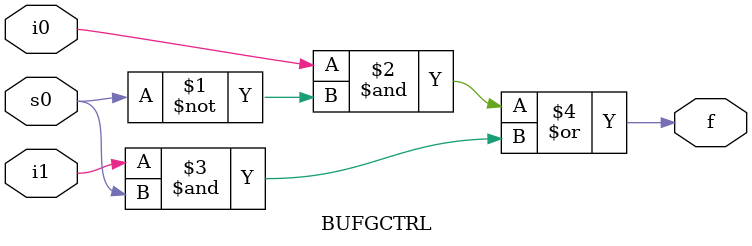
<source format=v>
`timescale 1ns / 1ps


module BUFGCTRL(    //just an ordinary multiplexer
    input i0, i1,
    input s0,
    output f
    );
    
    assign f = (i0 & ~s0) | (i1 & s0);
    
endmodule

</source>
